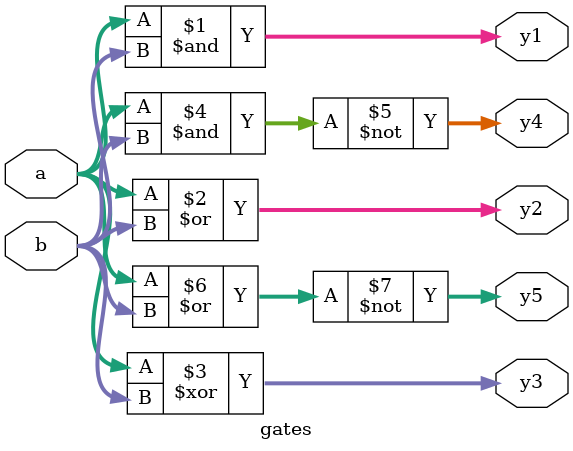
<source format=sv>
module gates(input logic [3:0] a, b, output logic [3:0] y1, y2, y3, y4, y5);

	assign y1 = a & b;
	assign y2 = a | b;
	assign y3 = a ^ b; // XOR
	assign y4 = ~(a & b);
	assign y5 = ~(a | b);
endmodule

</source>
